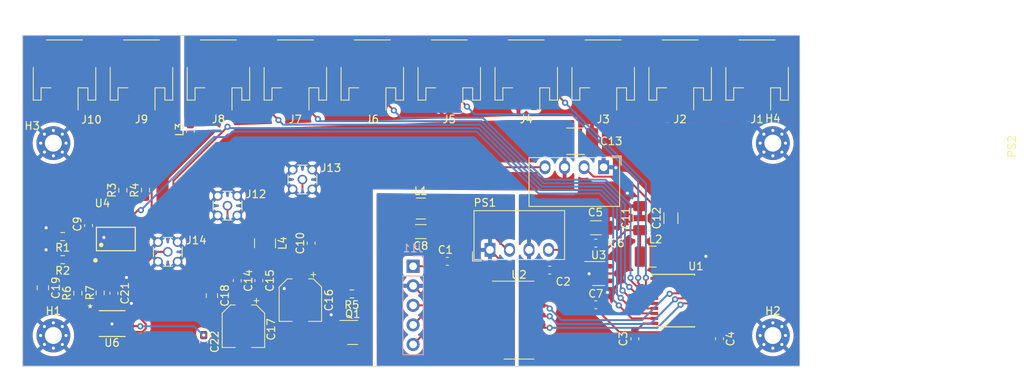
<source format=kicad_pcb>
(kicad_pcb (version 20221018) (generator pcbnew)
  (layers (0 "F.Cu" signal) (31 "B.Cu" signal) (34 "B.Paste" user) (35 "F.Paste" user) (36 "B.SilkS" user "B.Silkscreen") (37 "F.SilkS" user "F.Silkscreen") (38 "B.Mask" user) (39 "F.Mask" user) (44 "Edge.Cuts" user))
  (net 0 "")
  (net 1 "GNDPWR")
  (net 2 "+5V")
  (net 3 "GND")
  (net 4 "VD")
  (net 5 "/ch3")
  (net 6 "/ch4")
  (net 7 "/ch5")
  (net 8 "/ch6")
  (net 9 "/ch1")
  (net 10 "/ch2")
  (net 11 "Net-(PS1-+Vin)")
  (net 13 "/OPA218/Power Supply Filter/pos_in")
  (net 14 "GND1")
  (net 15 "Net-(Q1-C)")
  (net 19 "Net-(U1-LD)")
  (net 20 "Net-(U1-CLK)")
  (net 21 "Net-(U1-DI)")
  (net 27 "+3.3V")
  (net 28 "Net-(Q1-B)")
  (net 29 "/ch7")
  (net 30 "/ch8")
  (net 31 "/ch9_out")
  (net 32 "/ch10_out")
  (net 33 "/OPA218/12V")
  (net 34 "/ch9")
  (net 35 "/ch10")
  (net 36 "Net-(U4B-IN_B-)")
  (net 37 "Net-(U4A-IN_A-)")
  (net 38 "Net-(PS2-+Vin)")
  (net 39 "Net-(J11-Pin_5)")
  (net 40 "Net-(J11-Pin_4)")
  (net 41 "Net-(J11-Pin_3)")
  (net 42 "/OPA218/10V")
  (net 43 "Net-(U6-FB)")
  (net 44 "Net-(U6-NR{slash}SS)")
  (footprint "Capacitor_SMD:C_0603_1608Metric_Pad1.08x0.95mm_HandSolder" (layer "F.Cu") (at 158 88)
    (fp_text reference "C7")
    (fp_text value "1uF")
  )
  (footprint "0_lph:DGN8_1P89X1P57" (layer "F.Cu") (at 95.14 90.45)
    (fp_text reference "U6")
    (fp_text value "TPS7A4910DGNR")
  )
  (footprint "Capacitor_SMD:C_0603_1608Metric_Pad1.08x0.95mm_HandSolder" (layer "F.Cu") (at 107.03 92.81 -90)
    (fp_text reference "C22")
    (fp_text value "10nF 50V")
  )
  (footprint "Capacitor_SMD:C_0603_1608Metric_Pad1.08x0.95mm_HandSolder" (layer "F.Cu") (at 158 80)
    (fp_text reference "C6" hide)
    (fp_text value "1uF")
  )
  (footprint "Capacitor_SMD:C_0603_1608Metric_Pad1.08x0.95mm_HandSolder" (layer "F.Cu") (at 138.695 82.365 180)
    (fp_text reference "C1")
    (fp_text value "100nF")
  )
  (footprint "Resistor_SMD:R_0603_1608Metric_Pad0.98x0.95mm_HandSolder" (layer "F.Cu") (at 126.2875 86.6 180)
    (fp_text reference "R5")
    (fp_text value "4.7K 75V")
  )
  (footprint "Package_TO_SOT_SMD:SOT-23-5" (layer "F.Cu") (at 158.3675 83.95)
    (fp_text reference "U3")
    (fp_text value "~")
  )
  (footprint "Capacitor_SMD:C_0603_1608Metric_Pad1.08x0.95mm_HandSolder" (layer "F.Cu") (at 92.075 77.7125 -90)
    (fp_text reference "C9")
    (fp_text value "100nF")
  )
  (footprint "Connector_JST:JST_PH_S2B-PH-SM4-TB_1x02-1MP_P2.00mm_Horizontal" (layer "F.Cu") (at 138.95 58.1 180)
    (fp_text reference "J5")
    (fp_text value "JST-B2B-PH-0JLC")
  )
  (footprint "Connector_JST:JST_PH_S2B-PH-SM4-TB_1x02-1MP_P2.00mm_Horizontal" (layer "F.Cu") (at 128.95 58.1 180)
    (fp_text reference "J6")
    (fp_text value "JST-B2B-PH-0JLC")
  )
  (footprint "Resistor_SMD:R_0603_1608Metric_Pad0.98x0.95mm_HandSolder" (layer "F.Cu") (at 90.68 86.5 90)
    (fp_text reference "R6")
    (fp_text value "15.4K 1%")
  )
  (footprint "MountingHole:MountingHole_2.2mm_M2_Pad_Via" (layer "F.Cu") (at 87.5 67)
    (fp_text reference "H3")
    (fp_text value "MountingHole_Pad")
  )
  (footprint "Connector_JST:JST_PH_S2B-PH-SM4-TB_1x02-1MP_P2.00mm_Horizontal" (layer "F.Cu") (at 118.95 58.1 180)
    (fp_text reference "J7")
    (fp_text value "JST-B2B-PH-0JLC")
  )
  (footprint "Capacitor_SMD:C_1812_4532Metric_Pad1.57x3.40mm_HandSolder" (layer "F.Cu") (at 155.3625 66.75 180)
    (fp_text reference "C13")
    (fp_text value "1nF")
  )
  (footprint "Resistor_SMD:R_0603_1608Metric_Pad0.98x0.95mm_HandSolder" (layer "F.Cu") (at 93.58 86.46 -90)
    (fp_text reference "R7")
    (fp_text value "115K 1%")
  )
  (footprint "Resistor_SMD:R_0603_1608Metric_Pad0.98x0.95mm_HandSolder" (layer "F.Cu") (at 88.7125 79.145699 180)
    (fp_text reference "R1")
    (fp_text value "2k")
  )
  (footprint "Capacitor_SMD:C_0603_1608Metric_Pad1.08x0.95mm_HandSolder" (layer "F.Cu") (at 121 80 90)
    (fp_text reference "C10")
    (fp_text value "2.2uF")
  )
  (footprint "Capacitor_SMD:C_1206_3216Metric_Pad1.33x1.80mm_HandSolder" (layer "F.Cu") (at 158 78)
    (fp_text reference "C5")
    (fp_text value "10uF")
  )
  (footprint "Package_SO:SOIC-16_3.9x9.9mm_P1.27mm" (layer "F.Cu") (at 148 90)
    (fp_text reference "U2")
    (fp_text value "pi141x3x")
  )
  (footprint "Inductor_SMD:L_1210_3225Metric_Pad1.42x2.65mm_HandSolder" (layer "F.Cu") (at 115 80 -90)
    (fp_text reference "L4")
    (fp_text value "6.8uF")
  )
  (footprint "Resistor_SMD:R_0603_1608Metric_Pad0.98x0.95mm_HandSolder" (layer "F.Cu") (at 88.7125 82.145699 180)
    (fp_text reference "R2")
    (fp_text value "2k")
  )
  (footprint "Resistor_SMD:R_0603_1608Metric_Pad0.98x0.95mm_HandSolder" (layer "F.Cu") (at 96.525 73.125 90)
    (fp_text reference "R3")
    (fp_text value "2k")
  )
  (footprint "Capacitor_SMD:CP_Elec_5x5.4" (layer "F.Cu") (at 119.6 87.4 -90)
    (fp_text reference "C16")
    (fp_text value "10uF 50V")
  )
  (footprint "Connector_JST:JST_PH_S2B-PH-SM4-TB_1x02-1MP_P2.00mm_Horizontal" (layer "F.Cu") (at 108.95 58.1 180)
    (fp_text reference "J8")
    (fp_text value "JST-B2B-PH-0JLC")
  )
  (footprint "MountingHole:MountingHole_2.2mm_M2_Pad_Via" (layer "F.Cu") (at 181 67)
    (fp_text reference "H4")
    (fp_text value "MountingHole_Pad")
  )
  (footprint "Capacitor_SMD:C_0805_2012Metric_Pad1.18x1.45mm_HandSolder" (layer "F.Cu") (at 86.14 85.8 -90)
    (fp_text reference "C19")
    (fp_text value "10uF 50V")
  )
  (footprint "Capacitor_SMD:C_0603_1608Metric_Pad1.08x0.95mm_HandSolder" (layer "F.Cu") (at 114.2 84.8625 -90)
    (fp_text reference "C15")
    (fp_text value "10nF 50V")
  )
  (footprint "Converter_DCDC:Converter_DCDC_Murata_CRE1xxxxxx3C_THT" (layer "F.Cu") (at 159.0125 70.1325 -90)
    (fp_text reference "PS2")
    (fp_text value "B0512S-1WR3")
  )
  (footprint "MountingHole:MountingHole_2.2mm_M2_Pad_Via" (layer "F.Cu") (at 181 92)
    (fp_text reference "H2")
    (fp_text value "MountingHole_Pad")
  )
  (footprint "0_lph:MMCX_JLC" (layer "F.Cu") (at 110.13 75.13)
    (fp_text reference "J12")
    (fp_text value "MMCX")
  )
  (footprint "MountingHole:MountingHole_2.2mm_M2_Pad_Via" (layer "F.Cu") (at 87.5 92)
    (fp_text reference "H1")
    (fp_text value "MountingHole_Pad")
  )
  (footprint "0_lph:MMCX_JLC" (layer "F.Cu") (at 119.87 71.73)
    (fp_text reference "J13")
    (fp_text value "MMCX")
  )
  (footprint "Converter_DCDC:Converter_DCDC_Murata_CRE1xxxxxx3C_THT" (layer "F.Cu") (at 144.2375 80.8675 90)
    (fp_text reference "PS1")
    (fp_text value "B0305S-1WR2")
  )
  (footprint "Connector_JST:JST_PH_S2B-PH-SM4-TB_1x02-1MP_P2.00mm_Horizontal" (layer "F.Cu") (at 88.95 58.1 180)
    (fp_text reference "J10")
    (fp_text value "JST-B2B-PH-0JLC")
  )
  (footprint "Capacitor_SMD:C_0603_1608Metric_Pad1.08x0.95mm_HandSolder" (layer "F.Cu") (at 163.06 92.4275 -90)
    (fp_text reference "C3")
    (fp_text value "100nF")
  )
  (footprint "Connector_JST:JST_PH_S2B-PH-SM4-TB_1x02-1MP_P2.00mm_Horizontal" (layer "F.Cu") (at 148.95 58.1 180)
    (fp_text reference "J4")
    (fp_text value "JST-B2B-PH-0JLC")
  )
  (footprint "Connector_JST:JST_PH_S2B-PH-SM4-TB_1x02-1MP_P2.00mm_Horizontal" (layer "F.Cu") (at 178.95 58.1 180)
    (fp_text reference "J1")
    (fp_text value "JST-B2B-PH-0JLC")
  )
  (footprint "Capacitor_SMD:CP_Elec_5x5.4" (layer "F.Cu") (at 112.2 90.8 -90)
    (fp_text reference "C17")
    (fp_text value "10uF 50V")
  )
  (footprint "Connector_JST:JST_PH_S2B-PH-SM4-TB_1x02-1MP_P2.00mm_Horizontal" (layer "F.Cu") (at 158.95 58.1 180)
    (fp_text reference "J3")
    (fp_text value "JST-B2B-PH-0JLC")
  )
  (footprint "Capacitor_SMD:C_0603_1608Metric_Pad1.08x0.95mm_HandSolder" (layer "F.Cu") (at 95.37 86.51 -90)
    (fp_text reference "C21")
    (fp_text value "10nF 50V")
  )
  (footprint "Capacitor_SMD:C_0603_1608Metric_Pad1.08x0.95mm_HandSolder" (layer "F.Cu") (at 111.4 84.8625 -90)
    (fp_text reference "C14")
    (fp_text value "100nF 50V")
  )
  (footprint "Package_TO_SOT_SMD:SOT-23" (layer "F.Cu") (at 126.4 91.6)
    (fp_text reference "Q1")
    (fp_text value "BC847C")
  )
  (footprint "Connector_JST:JST_PH_S2B-PH-SM4-TB_1x02-1MP_P2.00mm_Horizontal" (layer "F.Cu") (at 168.95 58.1 180)
    (fp_text reference "J2")
    (fp_text value "JST-B2B-PH-0JLC")
  )
  (footprint "Capacitor_SMD:C_1206_3216Metric_Pad1.33x1.80mm_HandSolder" (layer "F.Cu") (at 167.75 76.75 90)
    (fp_text reference "C12")
    (fp_text value "4.7uF")
  )
  (footprint "Capacitor_SMD:C_0603_1608Metric_Pad1.08x0.95mm_HandSolder" (layer "F.Cu") (at 152 83.5)
    (fp_text reference "C2")
    (fp_text value "100nF")
  )
  (footprint "Inductor_SMD:L_1210_3225Metric_Pad1.42x2.65mm_HandSolder" (layer "F.Cu") (at 135.25 75.5)
    (fp_text reference "L1")
    (fp_text value "6.8uF")
  )
  (footprint "Capacitor_SMD:C_1206_3216Metric_Pad1.33x1.80mm_HandSolder" (layer "F.Cu") (at 135.25 78.5 180)
    (fp_text reference "C8")
    (fp_text value "4.7uF")
  )
  (footprint "Connector_JST:JST_PH_S2B-PH-SM4-TB_1x02-1MP_P2.00mm_Horizontal" (layer "F.Cu") (at 98.95 58.1 180)
    (fp_text reference "J9")
    (fp_text value "JST-B2B-PH-0JLC")
  )
  (footprint "0_lph:MMCX_JLC" (layer "F.Cu") (at 102.37 81.13)
    (fp_text reference "J14")
    (fp_text value "MMCX")
  )
  (footprint "0_lph:SOIC-8_L4.9-W3.9-P1.27-LS6.0-BL" (layer "F.Cu") (at 95.62 79.458)
    (fp_text reference "U4")
    (fp_text value "OPA2188AIDR")
  )
  (footprint "Capacitor_SMD:C_0603_1608Metric_Pad1.08x0.95mm_HandSolder" (layer "F.Cu") (at 174.06 92.4275 -90)
    (fp_text reference "C4")
    (fp_text value "100nF")
  )
  (footprint "Inductor_SMD:L_0603_1608Metric_Pad1.05x0.95mm_HandSolder" (layer "F.Cu") (at 105.3 65.425 -90)
    (fp_text reference "L3")
    (fp_text value "L_Ferrite")
  )
  (footprint "Resistor_SMD:R_0603_1608Metric_Pad0.98x0.95mm_HandSolder" (layer "F.Cu") (at 99.475 73.1125 90)
    (fp_text reference "R4")
    (fp_text value "2k")
  )
  (footprint "Inductor_SMD:L_1210_3225Metric_Pad1.42x2.65mm_HandSolder" (layer "F.Cu") (at 165.25 81.75)
    (fp_text reference "L2")
    (fp_text value "6.8uF")
  )
  (footprint "Package_SO:SSOP-20_4.4x6.5mm_P0.65mm" (layer "F.Cu") (at 168.5 87.5)
    (fp_text reference "U1")
    (fp_text value "BH2221FV")
  )
  (footprint "Capacitor_SMD:C_1206_3216Metric_Pad1.33x1.80mm_HandSolder" (layer "F.Cu") (at 163.75 76.75 90)
    (fp_text reference "C11")
    (fp_text value "4.7uF")
  )
  (footprint "Capacitor_SMD:C_0805_2012Metric_Pad1.18x1.45mm_HandSolder" (layer "F.Cu") (at 108.11 86.81 -90)
    (fp_text reference "C18")
    (fp_text value "10uF 50V")
  )
  (footprint "Connector_PinHeader_2.54mm:PinHeader_1x05_P2.54mm_Vertical" (layer "B.Cu") (at 134.25 83 180)
    (fp_text reference "J11")
    (fp_text value "Conn_01x05_Pin")
  )
  (gr_line (start 83.5 53) (end 184.5 53) (stroke (width 0.1)) (layer "Edge.Cuts"))
  (gr_line (start 83.5 96) (end 184.5 96) (stroke (width 0.1)) (layer "Edge.Cuts"))
  (gr_line (start 83.5 53) (end 83.5 96) (stroke (width 0.1)) (layer "Edge.Cuts"))
  (gr_line (start 184.5 53) (end 184.5 96) (stroke (width 0.1)) (layer "Edge.Cuts"))
  (gr_text "C6\n" (at 160.75 80) (layer "F.SilkS") (effects (font (size 1 1))))
  (segment (start 146.825 86.175) (end 146.175 86.825) (width 0.25) (layer "F.Cu") (net 1))
  (segment (start 146.825 83.455) (end 146.825 86.175) (width 0.25) (layer "F.Cu") (net 1))
  (segment (start 135.535 86.825) (end 145.525 86.825) (width 0.25) (layer "F.Cu") (net 1))
  (segment (start 146.825 87.748249) (end 146.825 93.521751) (width 0.25) (layer "F.Cu") (net 1))
  (segment (start 134.25 85.54) (end 135.535 86.825) (width 0.25) (layer "F.Cu") (net 1))
  (segment (start 141.055 80.8675) (end 144.2375 80.8675) (width 0.25) (layer "F.Cu") (net 1))
  (segment (start 139.5575 82.365) (end 141.055 80.8675) (width 0.25) (layer "F.Cu") (net 1))
  (segment (start 146.175 86.825) (end 145.525 86.825) (width 0.25) (layer "F.Cu") (net 1))
  (segment (start 145.901751 86.825) (end 146.825 87.748249) (width 0.25) (layer "F.Cu") (net 1))
  (segment (start 146.825 93.521751) (end 145.901751 94.445) (width 0.25) (layer "F.Cu") (net 1))
  (segment (start 145.525 86.825) (end 145.901751 86.825) (width 0.25) (layer "F.Cu") (net 1))
  (segment (start 144.2375 80.8675) (end 146.825 83.455) (width 0.25) (layer "F.Cu") (net 1))
  (segment (start 145.901751 94.445) (end 145.525 94.445) (width 0.25) (layer "F.Cu") (net 1))
  (segment (start 151.8575 80.8675) (end 153.57 80.8675) (width 0.25) (layer "F.Cu") (net 2))
  (segment (start 163.75 78.3125) (end 163.75 81.7375) (width 0.25) (layer "F.Cu") (net 2))
  (segment (start 157.23 80.25) (end 157.23 83) (width 0.25) (layer "F.Cu") (net 2))
  (segment (start 156.4375 78) (end 156.4375 79.3) (width 0.25) (layer "F.Cu") (net 2))
  (segment (start 157.23 83) (end 155.7825 83) (width 0.25) (layer "F.Cu") (net 2))
  (segment (start 157.23 83) (end 161.9175 78.3125) (width 0.25) (layer "F.Cu") (net 2))
  (segment (start 163.75 81.7375) (end 163.7625 81.75) (width 0.25) (layer "F.Cu") (net 2))
  (segment (start 156.4375 79.3) (end 157.1375 80) (width 0.25) (layer "F.Cu") (net 2))
  (segment (start 155.718 84.9) (end 157.23 84.9) (width 0.25) (layer "F.Cu") (net 2))
  (segment (start 161.9175 78.3125) (end 163.75 78.3125) (width 0.25) (layer "F.Cu") (net 2))
  (segment (start 153.57 80.8675) (end 156.4375 78) (width 0.25) (layer "F.Cu") (net 2))
  (segment (start 155.7825 83) (end 155.5 83.2825) (width 0.25) (layer "F.Cu") (net 2))
  (segment (start 155.5 84.682) (end 155.718 84.9) (width 0.25) (layer "F.Cu") (net 2))
  (segment (start 155.5 83.2825) (end 155.5 84.682) (width 0.25) (layer "F.Cu") (net 2))
  (segment (start 159.0125 68.2625) (end 159.0125 70.1325) (width 0.25) (layer "F.Cu") (net 3))
  (segment (start 149 86.47) (end 149.175 86.645) (width 0.25) (layer "F.Cu") (net 3))
  (segment (start 149 86.47) (end 149.355 86.825) (width 0.25) (layer "F.Cu") (net 3))
  (segment (start 159.5 87.3625) (end 158.8625 88) (width 0.25) (layer "F.Cu") (net 3))
  (segment (start 157.5 66.75) (end 159.0125 68.2625) (width 0.25) (layer "F.Cu") (net 3))
  (segment (start 151.1375 83.5) (end 150.883249 83.5) (width 0.25) (layer "F.Cu") (net 3))
  (segment (start 150.883249 83.5) (end 149 85.383249) (width 0.25) (layer "F.Cu") (net 3))
  (segment (start 149.355 86.825) (end 150.475 86.825) (width 0.25) (layer "F.Cu") (net 3))
  (segment (start 149.175 93.521751) (end 150.098249 94.445) (width 0.25) (layer "F.Cu") (net 3))
  (segment (start 159.5625 78) (end 159.5625 79.3) (width 0.25) (layer "F.Cu") (net 3))
  (segment (start 149.175 86.645) (end 149.175 93.521751) (width 0.25) (layer "F.Cu") (net 3))
  (segment (start 159.5625 79.3) (end 158.8625 80) (width 0.25) (layer "F.Cu") (net 3))
  (segment (start 159.5 87.3625) (end 159.5 86.4) (width 0.25) (layer "F.Cu") (net 3))
  (segment (start 150.098249 94.445) (end 150.475 94.445) (width 0.25) (layer "F.Cu") (net 3))
  (segment (start 149 85.383249) (end 149 86.47) (width 0.25) (layer "F.Cu") (net 3))
  (via (at 159.5 86.4) (size 0.8) (drill 0.4) (layers "F.Cu" "B.Cu") (net 3))
  (via (at 157.1175 83.975) (size 0.8) (drill 0.4) (layers "F.Cu" "B.Cu") (net 3))
  (via (at 160.6 70.2) (size 0.8) (drill 0.4) (layers "F.Cu" "B.Cu") (net 3))
  (via (at 172.3 81.7) (size 0.8) (drill 0.4) (layers "F.Cu" "B.Cu") (net 3))
  (via (at 162.1 73.5) (size 0.8) (drill 0.4) (layers "F.Cu" "B.Cu") (net 3))
  (segment (start 150.475 85.555) (end 150.8075 85.555) (width 0.25) (layer "F.Cu") (net 4))
  (segment (start 163.06 91.565) (end 164.2 90.425) (width 0.25) (layer "F.Cu") (net 4))
  (segment (start 172.92 90.425) (end 171.4 90.425) (width 0.25) (layer "F.Cu") (net 4))
  (segment (start 158.2175 84.2875) (end 158.2175 86.92) (width 0.25) (layer "F.Cu") (net 4))
  (segment (start 174.06 91.565) (end 172.92 90.425) (width 0.25) (layer "F.Cu") (net 4))
  (segment (start 150.8075 85.555) (end 152.8625 83.5) (width 0.25) (layer "F.Cu") (net 4))
  (segment (start 157.1375 88) (end 157.5 88) (width 0.25) (layer "F.Cu") (net 4))
  (segment (start 163.06 91.565) (end 174.06 91.565) (width 0.25) (layer "F.Cu") (net 4))
  (segment (start 158.2175 86.92) (end 157.1375 88) (width 0.25) (layer "F.Cu") (net 4))
  (segment (start 164.2 90.425) (end 165.6 90.425) (width 0.25) (layer "F.Cu") (net 4))
  (segment (start 161.065 91.565) (end 163.06 91.565) (width 0.25) (layer "F.Cu") (net 4))
  (segment (start 159.505 83) (end 158.2175 84.2875) (width 0.25) (layer "F.Cu") (net 4))
  (segment (start 157.5 88) (end 161.065 91.565) (width 0.25) (layer "F.Cu") (net 4))
  (segment (start 157.1375 88) (end 152.8625 83.725) (width 0.25) (layer "F.Cu") (net 4))
  (segment (start 152.8625 83.725) (end 152.8625 83.5) (width 0.25) (layer "F.Cu") (net 4))
  (segment (start 168.25 83.325) (end 168.25 83) (width 0.25) (layer "F.Cu") (net 5))
  (segment (start 170 81.25) (end 170 66.5) (width 0.25) (layer "F.Cu") (net 5))
  (segment (start 166.35 85.225) (end 168.25 83.325) (width 0.25) (layer "F.Cu") (net 5))
  (segment (start 164.45 60.95) (end 159.95 60.95) (width 0.25) (layer "F.Cu") (net 5))
  (segment (start 170 66.5) (end 164.45 60.95) (width 0.25) (layer "F.Cu") (net 5))
  (segment (start 165.6 85.225) (end 166.35 85.225) (width 0.25) (layer "F.Cu") (net 5))
  (segment (start 168.25 83) (end 170 81.25) (width 0.25) (layer "F.Cu") (net 5))
  (segment (start 150 61) (end 153.25 61) (width 0.25) (layer "F.Cu") (net 6))
  (segment (start 149.95 60.95) (end 150 61) (width 0.25) (layer "F.Cu") (net 6))
  (segment (start 164.85 85.875) (end 164.5 85.525) (width 0.25) (layer "F.Cu") (net 6))
  (segment (start 165.6 85.875) (end 164.85 85.875) (width 0.25) (layer "F.Cu") (net 6))
  (segment (start 164.5 85.525) (end 164.5 84.5) (width 0.25) (layer "F.Cu") (net 6))
  (segment (start 153.25 61) (end 154 61.75) (width 0.25) (layer "F.Cu") (net 6))
  (via (at 164.5 84.5) (size 0.8) (drill 0.4) (layers "F.Cu" "B.Cu") (net 6))
  (via (at 154 61.75) (size 0.8) (drill 0.4) (layers "F.Cu" "B.Cu") (net 6))
  (segment (start 164.5 84.5) (end 164.5 72.25) (width 0.25) (layer "B.Cu") (net 6))
  (segment (start 164.5 72.25) (end 154 61.75) (width 0.25) (layer "B.Cu") (net 6))
  (segment (start 163.500497 85.175497) (end 163.500497 84.5) (width 0.25) (layer "F.Cu") (net 7))
  (segment (start 139.95 60.95) (end 141.25 62.25) (width 0.25) (layer "F.Cu") (net 7))
  (segment (start 164.85 86.525) (end 163.500497 85.175497) (width 0.25) (layer "F.Cu") (net 7))
  (segment (start 165.6 86.525) (end 164.85 86.525) (width 0.25) (layer "F.Cu") (net 7))
  (via (at 141.25 62.25) (size 0.8) (drill 0.4) (layers "F.Cu" "B.Cu") (net 7))
  (via (at 163.500497 84.5) (size 0.8) (drill 0.4) (layers "F.Cu" "B.Cu") (net 7))
  (segment (start 163.500497 71.886893) (end 154.863604 63.25) (width 0.25) (layer "B.Cu") (net 7))
  (segment (start 154.863604 63.25) (end 142.25 63.25) (width 0.25) (layer "B.Cu") (net 7))
  (segment (start 142.25 63.25) (end 141.25 62.25) (width 0.25) (layer "B.Cu") (net 7))
  (segment (start 163.500497 84.5) (end 163.500497 71.886893) (width 0.25) (layer "B.Cu") (net 7))
  (segment (start 129.95 60.95) (end 131.75 62.75) (width 0.25) (layer "F.Cu") (net 8))
  (segment (start 164.863604 87.175) (end 162.500994 84.81239) (width 0.25) (layer "F.Cu") (net 8))
  (segment (start 162.500994 84.81239) (end 162.500994 84.5) (width 0.25) (layer "F.Cu") (net 8))
  (segment (start 165.6 87.175) (end 164.863604 87.175) (width 0.25) (layer "F.Cu") (net 8))
  (via (at 131.75 62.75) (size 0.8) (drill 0.4) (layers "F.Cu" "B.Cu") (net 8))
  (via (at 162.500994 84.5) (size 0.8) (drill 0.4) (layers "F.Cu" "B.Cu") (net 8))
  (segment (start 151.360431 71.75) (end 143.310431 63.7) (width 0.25) (layer "B.Cu") (net 8))
  (segment (start 162.500994 84.5) (end 162.500994 75.000994) (width 0.25) (layer "B.Cu") (net 8))
  (segment (start 162.500994 75.000994) (end 159.25 71.75) (width 0.25) (layer "B.Cu") (net 8))
  (segment (start 132.7 63.7) (end 131.75 62.75) (width 0.25) (layer "B.Cu") (net 8))
  (segment (start 159.25 71.75) (end 151.360431 71.75) (width 0.25) (layer "B.Cu") (net 8))
  (segment (start 143.310431 63.7) (end 132.7 63.7) (width 0.25) (layer "B.Cu") (net 8))
  (segment (start 172.15 85.875) (end 177.875 80.15) (width 0.25) (layer "F.Cu") (net 9))
  (segment (start 179.95 63.55) (end 177.875 65.625) (width 0.25) (layer "F.Cu") (net 9))
  (segment (start 171.4 85.875) (end 172.15 85.875) (width 0.25) (layer "F.Cu") (net 9))
  (segment (start 179.95 60.95) (end 179.95 63.55) (width 0.25) (layer "F.Cu") (net 9))
  (segment (start 177.875 80.15) (end 177.875 65.625) (width 0.25) (layer "F.Cu") (net 9))
  (segment (start 174.55 60.95) (end 169.95 60.95) (width 0.25) (layer "F.Cu") (net 10))
  (segment (start 177.425 79.95) (end 177.425 63.825) (width 0.25) (layer "F.Cu") (net 10))
  (segment (start 171.4 85.225) (end 172.15 85.225) (width 0.25) (layer "F.Cu") (net 10))
  (segment (start 177.425 63.825) (end 174.55 60.95) (width 0.25) (layer "F.Cu") (net 10))
  (segment (start 172.15 85.225) (end 177.425 79.95) (width 0.25) (layer "F.Cu") (net 10))
  (segment (start 141.12 75.5) (end 146.4875 80.8675) (width 0.25) (layer "F.Cu") (net 11))
  (segment (start 146.4875 80.8675) (end 146.7775 80.8675) (width 0.25) (layer "F.Cu") (net 11))
  (segment (start 136.7375 75.5) (end 141.12 75.5) (width 0.25) (layer "F.Cu") (net 11))
  (segment (start 117.35 80.8625) (end 115 78.5125) (width 0.25) (layer "F.Cu") (net 13))
  (segment (start 122.83125 75.76875) (end 122.83125 79.03125) (width 0.25) (layer "F.Cu") (net 13))
  (segment (start 121 80.8625) (end 118.5 80.8625) (width 0.25) (layer "F.Cu") (net 13))
  (segment (start 151.3925 70.1325) (end 128.4675 70.1325) (width 0.25) (layer "F.Cu") (net 13))
  (segment (start 119.87 79.4925) (end 118.5 80.8625) (width 0.25) (layer "F.Cu") (net 13))
  (segment (start 122.83125 79.03125) (end 121 80.8625) (width 0.25) (layer "F.Cu") (net 13))
  (segment (start 118.5 80.8625) (end 117.35 80.8625) (width 0.25) (layer "F.Cu") (net 13))
  (segment (start 128.4675 70.1325) (end 122.83125 75.76875) (width 0.25) (layer "F.Cu") (net 13))
  (segment (start 119.87 71.73) (end 119.87 79.4925) (width 0.25) (layer "F.Cu") (net 13))
  (segment (start 90.73 87.3925) (end 90.68 87.3425) (width 0.25) (layer "F.Cu") (net 14))
  (segment (start 153.9325 67.4575) (end 153.9325 70.1325) (width 0.25) (layer "F.Cu") (net 14))
  (segment (start 153.225 66.75) (end 153.9325 67.4575) (width 0.25) (layer "F.Cu") (net 14))
  (via (at 94.06 79.26) (size 0.8) (drill 0.4) (layers "F.Cu" "B.Cu") (net 14))
  (via (at 97 84.46) (size 0.8) (drill 0.4) (layers "F.Cu" "B.Cu") (net 14))
  (via (at 86.55 80.86) (size 0.8) (drill 0.4) (layers "F.Cu" "B.Cu") (net 14))
  (via (at 95.12 90.5) (size 0.8) (drill 0.4) (layers "F.Cu" "B.Cu") (net 14))
  (via (at 97.64 87.83) (size 0.8) (drill 0.4) (layers "F.Cu" "B.Cu") (net 14))
  (via (at 117.5 85.9) (size 0.8) (drill 0.4) (layers "F.Cu" "B.Cu") (net 14))
  (via (at 86.56 78) (size 0.8) (drill 0.4) (layers "F.Cu" "B.Cu") (net 14))
  (via (at 123.6 89.3) (size 0.8) (drill 0.4) (layers "F.Cu" "B.Cu") (net 14))
  (segment (start 111.4 84) (end 114.2 84) (width 0.25) (layer "F.Cu") (net 15))
  (segment (start 115 81.4875) (end 113.9125 81.4875) (width 0.25) (layer "F.Cu") (net 15))
  (segment (start 119.6 85.2) (end 125.8 85.2) (width 0.25) (layer "F.Cu") (net 15))
  (segment (start 118.4 84) (end 119.6 85.2) (width 0.25) (layer "F.Cu") (net 15))
  (segment (start 127.3375 86.7375) (end 127.3375 91.6) (width 0.25) (layer "F.Cu") (net 15))
  (segment (start 113.9125 81.4875) (end 111.4 84) (width 0.25) (layer "F.Cu") (net 15))
  (segment (start 125.8 85.2) (end 127.2 86.6) (width 0.25) (layer "F.Cu") (net 15))
  (segment (start 127.2 86.6) (end 127.3375 86.7375) (width 0.25) (layer "F.Cu") (net 15))
  (segment (start 114.2 84) (end 118.4 84) (width 0.25) (layer "F.Cu") (net 15))
  (segment (start 169.175 87.825) (end 169 88) (width 0.25) (layer "F.Cu") (net 19))
  (segment (start 150.84 91) (end 150.475 90.635) (width 0.25) (layer "F.Cu") (net 19))
  (segment (start 171.4 87.825) (end 169.175 87.825) (width 0.25) (layer "F.Cu") (net 19))
  (segment (start 152 91) (end 150.84 91) (width 0.25) (layer "F.Cu") (net 19))
  (via (at 152 91) (size 0.8) (drill 0.4) (layers "F.Cu" "B.Cu") (net 19))
  (via (at 169 88) (size 0.8) (drill 0.4) (layers "F.Cu" "B.Cu") (net 19))
  (segment (start 166 91) (end 152 91) (width 0.25) (layer "B.Cu") (net 19))
  (segment (start 169 88) (end 166 91) (width 0.25) (layer "B.Cu") (net 19))
  (segment (start 152 89.5) (end 150.61 89.5) (width 0.25) (layer "F.Cu") (net 20))
  (segment (start 150.61 89.5) (end 150.475 89.365) (width 0.25) (layer "F.Cu") (net 20))
  (segment (start 171.4 87.175) (end 168.41149 87.175) (width 0.25) (layer "F.Cu") (net 20))
  (segment (start 168.41149 87.175) (end 168.293245 87.293245) (width 0.25) (layer "F.Cu") (net 20))
  (via (at 168.293245 87.293245) (size 0.8) (drill 0.4) (layers "F.Cu" "B.Cu") (net 20))
  (via (at 152 89.5) (size 0.8) (drill 0.4) (layers "F.Cu" "B.Cu") (net 20))
  (segment (start 165.08649 90.5) (end 153 90.5) (width 0.25) (layer "B.Cu") (net 20))
  (segment (start 168.293245 87.293245) (end 165.08649 90.5) (width 0.25) (layer "B.Cu") (net 20))
  (segment (start 153 90.5) (end 152 89.5) (width 0.25) (layer "B.Cu") (net 20))
  (segment (start 151.595 88.095) (end 152 88.5) (width 0.25) (layer "F.Cu") (net 21))
  (segment (start 167.64798 86.525) (end 167.58649 86.58649) (width 0.25) (layer "F.Cu") (net 21))
  (segment (start 171.4 86.525) (end 167.64798 86.525) (width 0.25) (layer "F.Cu") (net 21))
  (segment (start 150.475 88.095) (end 151.595 88.095) (width 0.25) (layer "F.Cu") (net 21))
  (via (at 167.58649 86.58649) (size 0.8) (drill 0.4) (layers "F.Cu" "B.Cu") (net 21))
  (via (at 152 88.5) (size 0.8) (drill 0.4) (layers "F.Cu" "B.Cu") (net 21))
  (segment (start 167.41351 86.58649) (end 164 90) (width 0.25) (layer "B.Cu") (net 21))
  (segment (start 152.025305 88.5) (end 152 88.5) (width 0.25) (layer "B.Cu") (net 21))
  (segment (start 153.525305 90) (end 152.025305 88.5) (width 0.25) (layer "B.Cu") (net 21))
  (segment (start 164 90) (end 153.525305 90) (width 0.25) (layer "B.Cu") (net 21))
  (segment (start 167.58649 86.58649) (end 167.41351 86.58649) (width 0.25) (layer "B.Cu") (net 21))
  (segment (start 133.7625 75.5) (end 133.8125 75.5) (width 0.25) (layer "F.Cu") (net 27))
  (segment (start 137.1975 83) (end 137.8325 82.365) (width 0.25) (layer "F.Cu") (net 27))
  (segment (start 137.8325 82.365) (end 136.8125 81.345) (width 0.25) (layer "F.Cu") (net 27))
  (segment (start 133.8125 75.5) (end 136.8125 78.5) (width 0.25) (layer "F.Cu") (net 27))
  (segment (start 141.0225 85.555) (end 145.525 85.555) (width 0.25) (layer "F.Cu") (net 27))
  (segment (start 134.25 83) (end 137.1975 83) (width 0.25) (layer "F.Cu") (net 27))
  (segment (start 136.8125 81.345) (end 136.8125 78.5) (width 0.25) (layer "F.Cu") (net 27))
  (segment (start 137.8325 82.365) (end 141.0225 85.555) (width 0.25) (layer "F.Cu") (net 27))
  (segment (start 124.95 87.025) (end 113.775 87.025) (width 0.25) (layer "F.Cu") (net 28))
  (segment (start 125.375 90.5625) (end 125.4625 90.65) (width 0.25) (layer "F.Cu") (net 28))
  (segment (start 113.775 87.025) (end 112.2 88.6) (width 0.25) (layer "F.Cu") (net 28))
  (segment (start 125.375 86.6) (end 125.375 90.5625) (width 0.25) (layer "F.Cu") (net 28))
  (segment (start 125.375 86.6) (end 124.95 87.025) (width 0.25) (layer "F.Cu") (net 28))
  (segment (start 121.875 63.875) (end 119.95 61.95) (width 0.25) (layer "F.Cu") (net 29))
  (segment (start 164.489006 87.825) (end 162.350422 85.686416) (width 0.25) (layer "F.Cu") (net 29))
  (segment (start 119.95 61.95) (end 119.95 60.95) (width 0.25) (layer "F.Cu") (net 29))
  (segment (start 165.6 87.825) (end 164.489006 87.825) (width 0.25) (layer "F.Cu") (net 29))
  (via (at 121.875 63.875) (size 0.8) (drill 0.4) (layers "F.Cu" "B.Cu") (net 29))
  (via (at 162.350422 85.686416) (size 0.8) (drill 0.4) (layers "F.Cu" "B.Cu") (net 29))
  (segment (start 151.174035 72.2) (end 143.124035 64.15) (width 0.25) (layer "B.Cu") (net 29))
  (segment (start 161.775994 74.91239) (end 159.063604 72.2) (width 0.25) (layer "B.Cu") (net 29))
  (segment (start 159.063604 72.2) (end 151.174035 72.2) (width 0.25) (layer "B.Cu") (net 29))
  (segment (start 122.15 64.15) (end 121.875 63.875) (width 0.25) (layer "B.Cu") (net 29))
  (segment (start 161.775994 85.111988) (end 161.775994 74.91239) (width 0.25) (layer "B.Cu") (net 29))
  (segment (start 143.124035 64.15) (end 122.15 64.15) (width 0.25) (layer "B.Cu") (net 29))
  (segment (start 162.350422 85.686416) (end 161.775994 85.111988) (width 0.25) (layer "B.Cu") (net 29))
  (segment (start 165.6 88.475) (end 163.790348 88.475) (width 0.25) (layer "F.Cu") (net 30))
  (segment (start 163.790348 88.475) (end 161.464472 86.149124) (width 0.25) (layer "F.Cu") (net 30))
  (segment (start 109.95 60.95) (end 113.7 60.95) (width 0.25) (layer "F.Cu") (net 30))
  (segment (start 113.7 60.95) (end 116.75 64) (width 0.25) (layer "F.Cu") (net 30))
  (via (at 116.75 64) (size 0.8) (drill 0.4) (layers "F.Cu" "B.Cu") (net 30))
  (via (at 161.464472 86.149124) (size 0.8) (drill 0.4) (layers "F.Cu" "B.Cu") (net 30))
  (segment (start 161.464472 86.149124) (end 161.238604 85.923256) (width 0.25) (layer "B.Cu") (net 30))
  (segment (start 158.877208 72.65) (end 150.987639 72.65) (width 0.25) (layer "B.Cu") (net 30))
  (segment (start 117.35 64.6) (end 116.75 64) (width 0.25) (layer "B.Cu") (net 30))
  (segment (start 161.238604 85.923256) (end 161.25 85.91186) (width 0.25) (layer "B.Cu") (net 30))
  (segment (start 142.937639 64.6) (end 117.35 64.6) (width 0.25) (layer "B.Cu") (net 30))
  (segment (start 150.987639 72.65) (end 142.937639 64.6) (width 0.25) (layer "B.Cu") (net 30))
  (segment (start 161.25 85.91186) (end 161.25 75.022792) (width 0.25) (layer "B.Cu") (net 30))
  (segment (start 161.25 75.022792) (end 158.877208 72.65) (width 0.25) (layer "B.Cu") (net 30))
  (segment (start 95.305 80.8825) (end 94.305 80.8825) (width 0.25) (layer "F.Cu") (net 31))
  (segment (start 94.305 80.8825) (end 93.715 81.4725) (width 0.25) (layer "F.Cu") (net 31))
  (segment (start 100.275 61.275) (end 99.95 60.95) (width 0.25) (layer "F.Cu") (net 31))
  (segment (start 92.709301 82.23) (end 89.625 79.145699) (width 0.25) (layer "F.Cu") (net 31))
  (segment (start 100.275 75.9125) (end 100.275 61.275) (width 0.25) (layer "F.Cu") (net 31))
  (segment (start 93.715 81.4725) (end 93.715 82.23) (width 0.25) (layer "F.Cu") (net 31))
  (segment (start 93.715 82.23) (end 92.709301 82.23) (width 0.25) (layer "F.Cu") (net 31))
  (segment (start 95.305 80.8825) (end 100.275 75.9125) (width 0.25) (layer "F.Cu") (net 31))
  (segment (start 95.64375 73.15625) (end 96.525 74.0375) (width 0.25) (layer "F.Cu") (net 32))
  (segment (start 94.985 76.686) (end 94.985 75.5775) (width 0.25) (layer "F.Cu") (net 32))
  (segment (start 94.985 75.5775) (end 96.525 74.0375) (width 0.25) (layer "F.Cu") (net 32))
  (segment (start 95.64375 66.64375) (end 95.64375 73.15625) (width 0.25) (layer "F.Cu") (net 32))
  (segment (start 89.95 60.95) (end 95.64375 66.64375) (width 0.25) (layer "F.Cu") (net 32))
  (segment (start 99.515 91.100305) (end 99.090305 91.525) (width 0.25) (layer "F.Cu") (net 33))
  (segment (start 111.2625 91) (end 108.11 87.8475) (width 0.25) (layer "F.Cu") (net 33))
  (segment (start 99.090305 91.525) (end 97.453349 91.525) (width 0.25) (layer "F.Cu") (net 33))
  (segment (start 97.453349 91.525) (end 97.353348 91.424999) (width 0.25) (layer "F.Cu") (net 33))
  (segment (start 99.1225 88.8475) (end 98.492652 89.477348) (width 0.25) (layer "F.Cu") (net 33))
  (segment (start 104.6 88.8475) (end 104.6 87.656827) (width 0.25) (layer "F.Cu") (net 33))
  (segment (start 98.492652 89.477348) (end 99.515 90.499695) (width 0.25) (layer "F.Cu") (net 33))
  (segment (start 107.11 88.8475) (end 104.6 88.8475) (width 0.25) (layer "F.Cu") (net 33))
  (segment (start 110.13 82.126827) (end 110.13 75.13) (width 0.25) (layer "F.Cu") (net 33))
  (segment (start 108.11 87.8475) (end 107.11 88.8475) (width 0.25) (layer "F.Cu") (net 33))
  (segment (start 119.936827 92.55) (end 118.386827 91) (width 0.25) (layer "F.Cu") (net 33))
  (segment (start 104.6 88.8475) (end 99.1225 88.8475) (width 0.25) (layer "F.Cu") (net 33))
  (segment (start 98.490306 89.475001) (end 98.492652 89.477348) (width 0.25) (layer "F.Cu") (net 33))
  (segment (start 125.4625 92.55) (end 119.936827 92.55) (width 0.25) (layer "F.Cu") (net 33))
  (segment (start 118.386827 91) (end 111.2625 91) (width 0.25) (layer "F.Cu") (net 33))
  (segment (start 97.353348 89.475001) (end 98.490306 89.475001) (width 0.25) (layer "F.Cu") (net 33))
  (segment (start 104.6 87.656827) (end 110.13 82.126827) (width 0.25) (layer "F.Cu") (net 33))
  (segment (start 99.515 90.499695) (end 99.515 91.100305) (width 0.25) (layer "F.Cu") (net 33))
  (segment (start 96.255 80.568896) (end 96.255 82.23) (width 0.25) (layer "F.Cu") (net 34))
  (segment (start 103.1 73.723896) (end 103.1 71.9) (width 0.25) (layer "F.Cu") (net 34))
  (segment (start 165.6 89.125) (end 163.226866 89.125) (width 0.25) (layer "F.Cu") (net 34))
  (segment (start 96.255 80.568896) (end 103.1 73.723896) (width 0.25) (layer "F.Cu") (net 34))
  (segment (start 103.1 71.9) (end 110.125 64.875) (width 0.25) (layer "F.Cu") (net 34))
  (segment (start 163.226866 89.125) (end 161.220178 87.118312) (width 0.25) (layer "F.Cu") (net 34))
  (via (at 110.125 64.875) (size 0.8) (drill 0.4) (layers "F.Cu" "B.Cu") (net 34))
  (via (at 161.220178 87.118312) (size 0.8) (drill 0.4) (layers "F.Cu" "B.Cu") (net 34))
  (segment (start 110.3 65.05) (end 110.125 64.875) (width 0.25) (layer "B.Cu") (net 34))
  (segment (start 142.751243 65.05) (end 110.3 65.05) (width 0.25) (layer "B.Cu") (net 34))
  (segment (start 158.690812 73.1) (end 150.801243 73.1) (width 0.25) (layer "B.Cu") (net 34))
  (segment (start 150.801243 73.1) (end 142.751243 65.05) (width 0.25) (layer "B.Cu") (net 34))
  (segment (start 160.739472 86.637606) (end 160.739472 75.14866) (width 0.25) (layer "B.Cu") (net 34))
  (segment (start 161.220178 87.118312) (end 160.739472 86.637606) (width 0.25) (layer "B.Cu") (net 34))
  (segment (start 160.739472 75.14866) (end 158.690812 73.1) (width 0.25) (layer "B.Cu") (net 34))
  (segment (start 98.875 75.7125) (end 98.4985 75.7125) (width 0.25) (layer "F.Cu") (net 35))
  (segment (start 98.4985 75.7125) (end 97.525 76.686) (width 0.25) (layer "F.Cu") (net 35))
  (segment (start 162.664981 89.775) (end 160.978016 88.088035) (width 0.25) (layer "F.Cu") (net 35))
  (segment (start 165.6 89.775) (end 162.664981 89.775) (width 0.25) (layer "F.Cu") (net 35))
  (via (at 98.875 75.7125) (size 0.8) (drill 0.4) (layers "F.Cu" "B.Cu") (net 35))
  (via (at 160.978016 88.088035) (size 0.8) (drill 0.4) (layers "F.Cu" "B.Cu") (net 35))
  (segment (start 160.25 75.295584) (end 158.504416 73.55) (width 0.25) (layer "B.Cu") (net 35))
  (segment (start 110.75 65.5) (end 110.037701 66.212299) (width 0.25) (layer "B.Cu") (net 35))
  (segment (start 160.25 87.360019) (end 160.25 75.295584) (width 0.25) (layer "B.Cu") (net 35))
  (segment (start 110.037701 66.212299) (end 108.375201 66.212299) (width 0.25) (layer "B.Cu") (net 35))
  (segment (start 158.504416 73.55) (end 150.55 73.55) (width 0.25) (layer "B.Cu") (net 35))
  (segment (start 108.375201 66.212299) (end 98.875 75.7125) (width 0.25) (layer "B.Cu") (net 35))
  (segment (start 142.5 65.5) (end 110.75 65.5) (width 0.25) (layer "B.Cu") (net 35))
  (segment (start 150.55 73.55) (end 142.5 65.5) (width 0.25) (layer "B.Cu") (net 35))
  (segment (start 160.978016 88.088035) (end 160.25 87.360019) (width 0.25) (layer "B.Cu") (net 35))
  (segment (start 96.525 72.2125) (end 97.6625 72.2125) (width 0.25) (layer "F.Cu") (net 36))
  (segment (start 99.475 74.025) (end 98.1875 74.025) (width 0.25) (layer "F.Cu") (net 36))
  (segment (start 97.6625 72.2125) (end 99.475 74.025) (width 0.25) (layer "F.Cu") (net 36))
  (segment (start 96.255 75.9575) (end 96.255 76.686) (width 0.25) (layer "F.Cu") (net 36))
  (segment (start 98.1875 74.025) (end 96.255 75.9575) (width 0.25) (layer "F.Cu") (net 36))
  (segment (start 94.985 82.23) (end 94.985 82.563898) (width 0.25) (layer "F.Cu") (net 37))
  (segment (start 87.8 80.320699) (end 89.625 82.145699) (width 0.25) (layer "F.Cu") (net 37))
  (segment (start 91.056801 83.5775) (end 89.625 82.145699) (width 0.25) (layer "F.Cu") (net 37))
  (segment (start 94.985 82.563898) (end 93.971398 83.5775) (width 0.25) (layer "F.Cu") (net 37))
  (segment (start 87.8 79.145699) (end 87.8 80.320699) (width 0.25) (layer "F.Cu") (net 37))
  (segment (start 93.971398 83.5775) (end 91.056801 83.5775) (width 0.25) (layer "F.Cu") (net 37))
  (segment (start 166.525 76.086827) (end 161.795673 71.3575) (width 0.25) (layer "F.Cu") (net 38))
  (segment (start 166.525 77.0875) (end 166.525 76.086827) (width 0.25) (layer "F.Cu") (net 38))
  (segment (start 161.795673 71.3575) (end 157.6975 71.3575) (width 0.25) (layer "F.Cu") (net 38))
  (segment (start 167.75 78.3125) (end 167.75 80.7375) (width 0.25) (layer "F.Cu") (net 38))
  (segment (start 167.75 78.3125) (end 166.525 77.0875) (width 0.25) (layer "F.Cu") (net 38))
  (segment (start 157.6975 71.3575) (end 156.4725 70.1325) (width 0.25) (layer "F.Cu") (net 38))
  (segment (start 167.75 80.7375) (end 166.7375 81.75) (width 0.25) (layer "F.Cu") (net 38))
  (segment (start 136.775 90.635) (end 145.525 90.635) (width 0.25) (layer "F.Cu") (net 39))
  (segment (start 134.25 93.16) (end 136.775 90.635) (width 0.25) (layer "F.Cu") (net 39))
  (segment (start 135.505 89.365) (end 145.525 89.365) (width 0.25) (layer "F.Cu") (net 40))
  (segment (start 134.25 90.62) (end 135.505 89.365) (width 0.25) (layer "F.Cu") (net 40))
  (segment (start 145.51 88.08) (end 145.525 88.095) (width 0.25) (layer "F.Cu") (net 41))
  (segment (start 134.25 88.08) (end 145.51 88.08) (width 0.25) (layer "F.Cu") (net 41))
  (segment (start 96.17 87.92) (end 95.09 89) (width 0.25) (layer "F.Cu") (net 42))
  (segment (start 98.563568 83.6) (end 101.033568 81.13) (width 0.25) (layer "F.Cu") (net 42))
  (segment (start 95.09 89) (end 93.401653 89) (width 0.25) (layer "F.Cu") (net 42))
  (segment (start 92.075 76.85) (end 85.95 76.85) (width 0.25) (layer "F.Cu") (net 42))
  (segment (start 85.38 84.0025) (end 86.14 84.7625) (width 0.25) (layer "F.Cu") (net 42))
  (segment (start 85.8075 84.0275) (end 96.1725 84.0275) (width 0.25) (layer "F.Cu") (net 42))
  (segment (start 92.795 84.7625) (end 93.58 85.5475) (width 0.25) (layer "F.Cu") (net 42))
  (segment (start 96.17 86.4475) (end 96.17 87.92) (width 0.25) (layer "F.Cu") (net 42))
  (segment (start 92.075 76.85) (end 93.551 76.85) (width 0.25) (layer "F.Cu") (net 42))
  (segment (start 93.551 76.85) (end 93.715 76.686) (width 0.25) (layer "F.Cu") (net 42))
  (segment (start 93.68 85.6475) (end 93.58 85.5475) (width 0.25) (layer "F.Cu") (net 42))
  (segment (start 93.401653 89) (end 92.926652 89.475001) (width 0.25) (layer "F.Cu") (net 42))
  (segment (start 86.14 84.7625) (end 92.795 84.7625) (width 0.25) (layer "F.Cu") (net 42))
  (segment (start 85.95 76.85) (end 85.38 77.42) (width 0.25) (layer "F.Cu") (net 42))
  (segment (start 96.1725 84.0275) (end 96.6 83.6) (width 0.25) (layer "F.Cu") (net 42))
  (segment (start 95.37 85.6475) (end 93.68 85.6475) (width 0.25) (layer "F.Cu") (net 42))
  (segment (start 85.38 83.6) (end 85.38 84.0025) (width 0.25) (layer "F.Cu") (net 42))
  (segment (start 96.6 83.6) (end 98.563568 83.6) (width 0.25) (layer "F.Cu") (net 42))
  (segment (start 85.38 77.42) (end 85.38 83.6) (width 0.25) (layer "F.Cu") (net 42))
  (segment (start 85.38 83.6) (end 85.8075 84.0275) (width 0.25) (layer "F.Cu") (net 42))
  (segment (start 101.033568 81.13) (end 102.37 81.13) (width 0.25) (layer "F.Cu") (net 42))
  (segment (start 95.37 85.6475) (end 96.17 86.4475) (width 0.25) (layer "F.Cu") (net 42))
  (segment (start 92.465 87.3725) (end 90.68 85.5875) (width 0.25) (layer "F.Cu") (net 43))
  (segment (start 91.937703 90.015501) (end 91.937703 88.934501) (width 0.25) (layer "F.Cu") (net 43))
  (segment (start 91.937703 88.934501) (end 92.462204 88.41) (width 0.25) (layer "F.Cu") (net 43))
  (segment (start 92.462204 88.41) (end 94.3325 88.41) (width 0.25) (layer "F.Cu") (net 43))
  (segment (start 95.37 87.3725) (end 93.58 87.3725) (width 0.25) (layer "F.Cu") (net 43))
  (segment (start 94.3325 88.41) (end 95.37 87.3725) (width 0.25) (layer "F.Cu") (net 43))
  (segment (start 92.817154 90.015501) (end 91.937703 90.015501) (width 0.25) (layer "F.Cu") (net 43))
  (segment (start 93.58 87.3725) (end 92.465 87.3725) (width 0.25) (layer "F.Cu") (net 43))
  (segment (start 92.926652 90.124999) (end 92.817154 90.015501) (width 0.25) (layer "F.Cu") (net 43))
  (segment (start 97.353348 90.775001) (end 98.765001 90.775001) (width 0.25) (layer "F.Cu") (net 44))
  (segment (start 98.765001 90.775001) (end 98.79 90.8) (width 0.25) (layer "F.Cu") (net 44))
  (via (at 107.03 91.9475) (size 0.8) (drill 0.4) (layers "F.Cu" "B.Cu") (net 44))
  (via (at 98.79 90.8) (size 0.8) (drill 0.4) (layers "F.Cu" "B.Cu") (net 44))
  (segment (start 105.8 90.8) (end 107 92) (width 0.25) (layer "B.Cu") (net 44))
  (segment (start 107.03 91.97) (end 107.03 91.9475) (width 0.25) (layer "B.Cu") (net 44))
  (segment (start 98.79 90.8) (end 105.8 90.8) (width 0.25) (layer "B.Cu") (net 44))
  (segment (start 107 92) (end 107.03 91.97) (width 0.25) (layer "B.Cu") (net 44))
  (zone (net 3) (net_name "GND") (layers "F&B.Cu") (priority 1) (connect_pads (clearance 0.5)) (min_thickness 0.25) (fill yes (thermal_gap 0.5) (thermal_bridge_width 0.5))
    (polygon (pts (xy 155.2 64) (xy 155.2 73.6) (xy 148 73.6) (xy 147.978865 96.3) (xy 186 97) (xy 186 64)))
  )
  (zone (net 1) (net_name "GNDPWR") (layers "F&B.Cu") (connect_pads (clearance 0.5)) (min_thickness 0.25) (fill yes (thermal_gap 0.5) (thermal_bridge_width 0.5))
    (polygon (pts (xy 147.978865 96.3) (xy 147.978865 73.5) (xy 129.498865 73.5) (xy 129.538865 96.45)))
  )
  (zone (net 14) (net_name "GND1") (layers "F&B.Cu") (priority 3) (connect_pads (clearance 0.5)) (min_thickness 0.25) (fill yes (thermal_gap 0.5) (thermal_bridge_width 0.5))
    (polygon (pts (xy 146.8 64) (xy 155.2 64) (xy 155.2 73.2) (xy 129 73) (xy 129 97) (xy 83 97) (xy 83 52) (xy 104 52) (xy 104 65.4)))
  )
  (zone (net 3) (net_name "GND") (layers "F&B.Cu") (priority 2) (connect_pads (clearance 0.5)) (min_thickness 0.25) (fill yes (thermal_gap 0.5) (thermal_bridge_width 0.5))
    (polygon (pts (xy 188 48.59) (xy 188 64) (xy 104 65.4) (xy 103.73 48.4) (xy 105.33 48.4)))
  )
)
</source>
